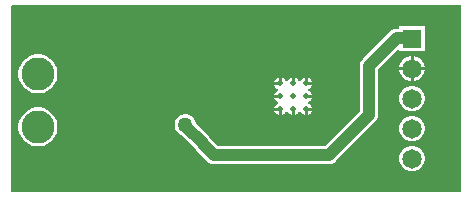
<source format=gbl>
G04*
G04 #@! TF.GenerationSoftware,Altium Limited,Altium Designer,23.8.1 (32)*
G04*
G04 Layer_Physical_Order=2*
G04 Layer_Color=16711680*
%FSLAX44Y44*%
%MOMM*%
G71*
G04*
G04 #@! TF.SameCoordinates,74253FF4-D957-47BC-B6A2-51741DB418AF*
G04*
G04*
G04 #@! TF.FilePolarity,Positive*
G04*
G01*
G75*
%ADD33C,0.2540*%
%ADD35C,2.8000*%
%ADD36C,1.6500*%
%ADD37R,1.6500X1.6500*%
%ADD38C,1.2700*%
%ADD39C,0.5000*%
%ADD40C,1.0160*%
%ADD41C,0.6350*%
G36*
X381000Y0D02*
X381000Y0D01*
X0D01*
X-0Y157480D01*
X1270Y158750D01*
X381000D01*
Y0D01*
D02*
G37*
%LPC*%
G36*
X350120Y140965D02*
X328540D01*
Y138496D01*
X326390D01*
X326390Y138496D01*
X324401Y138234D01*
X322547Y137466D01*
X320955Y136245D01*
X320955Y136245D01*
X297460Y112750D01*
X296239Y111158D01*
X295471Y109304D01*
X295209Y107315D01*
Y68589D01*
X266056Y39436D01*
X174634D01*
X168981Y45089D01*
X168831Y45451D01*
X167609Y47043D01*
X156166Y58486D01*
X155604Y60581D01*
X154434Y62609D01*
X152779Y64264D01*
X150751Y65434D01*
X148490Y66040D01*
X146150D01*
X143889Y65434D01*
X141861Y64264D01*
X140206Y62609D01*
X139036Y60581D01*
X138430Y58320D01*
Y55980D01*
X139036Y53719D01*
X140206Y51691D01*
X141861Y50036D01*
X143889Y48866D01*
X144106Y48808D01*
X155368Y37545D01*
X155518Y37183D01*
X156740Y35591D01*
X166015Y26315D01*
X167607Y25094D01*
X169461Y24326D01*
X171450Y24064D01*
X269240D01*
X271229Y24326D01*
X273083Y25094D01*
X274675Y26315D01*
X308330Y59970D01*
X309551Y61562D01*
X310319Y63416D01*
X310581Y65405D01*
Y104131D01*
X327367Y120917D01*
X328540Y120431D01*
Y119385D01*
X350120D01*
Y140965D01*
D02*
G37*
G36*
X340751Y115565D02*
X340600D01*
Y106045D01*
X350120D01*
Y106195D01*
X349385Y108940D01*
X347964Y111400D01*
X345955Y113409D01*
X343495Y114830D01*
X340751Y115565D01*
D02*
G37*
G36*
X338060D02*
X337910D01*
X335165Y114830D01*
X332705Y113409D01*
X330696Y111400D01*
X329275Y108940D01*
X328540Y106195D01*
Y106045D01*
X338060D01*
Y115565D01*
D02*
G37*
G36*
X350120Y103505D02*
X340600D01*
Y93985D01*
X340751D01*
X343495Y94720D01*
X345955Y96141D01*
X347964Y98150D01*
X349385Y100610D01*
X350120Y103355D01*
Y103505D01*
D02*
G37*
G36*
X338060D02*
X328540D01*
Y103355D01*
X329275Y100610D01*
X330696Y98150D01*
X332705Y96141D01*
X335165Y94720D01*
X337910Y93985D01*
X338060D01*
Y103505D01*
D02*
G37*
G36*
X248410Y97089D02*
X246825Y96433D01*
X245407Y95015D01*
X244867Y93711D01*
X243493D01*
X242953Y95015D01*
X241535Y96433D01*
X239950Y97089D01*
Y92160D01*
X237410D01*
Y97089D01*
X235825Y96433D01*
X234407Y95015D01*
X233867Y93711D01*
X232493D01*
X231953Y95015D01*
X230535Y96433D01*
X228950Y97089D01*
Y92160D01*
X227680D01*
Y90890D01*
X222751D01*
X223407Y89305D01*
X224825Y87887D01*
X226129Y87347D01*
Y85973D01*
X224825Y85433D01*
X223407Y84015D01*
X222751Y82430D01*
X227680D01*
Y79890D01*
X222751D01*
X223407Y78305D01*
X224825Y76887D01*
X226129Y76347D01*
Y74973D01*
X224825Y74433D01*
X223407Y73015D01*
X222751Y71430D01*
X227680D01*
Y70160D01*
X228950D01*
Y65231D01*
X230535Y65887D01*
X231953Y67305D01*
X232493Y68609D01*
X233867D01*
X234407Y67305D01*
X235825Y65887D01*
X237410Y65231D01*
Y70160D01*
X239950D01*
Y65231D01*
X241535Y65887D01*
X242953Y67305D01*
X243493Y68609D01*
X244867D01*
X245407Y67305D01*
X246825Y65887D01*
X248410Y65231D01*
Y70160D01*
X249680D01*
Y71430D01*
X254609D01*
X253953Y73015D01*
X252535Y74433D01*
X251231Y74973D01*
Y76347D01*
X252535Y76887D01*
X253953Y78305D01*
X254609Y79890D01*
X249680D01*
Y82430D01*
X254609D01*
X253953Y84015D01*
X252535Y85433D01*
X251231Y85973D01*
Y87347D01*
X252535Y87887D01*
X253953Y89305D01*
X254609Y90890D01*
X249680D01*
Y92160D01*
X248410D01*
Y97089D01*
D02*
G37*
G36*
X250950D02*
Y93430D01*
X254609D01*
X253953Y95015D01*
X252535Y96433D01*
X250950Y97089D01*
D02*
G37*
G36*
X226410D02*
X224825Y96433D01*
X223407Y95015D01*
X222751Y93430D01*
X226410D01*
Y97089D01*
D02*
G37*
G36*
X24235Y116870D02*
X20977D01*
X17781Y116234D01*
X14771Y114988D01*
X12062Y113177D01*
X9759Y110874D01*
X7948Y108165D01*
X6702Y105155D01*
X6066Y101959D01*
Y98701D01*
X6702Y95505D01*
X7948Y92495D01*
X9759Y89786D01*
X12062Y87483D01*
X14771Y85672D01*
X17781Y84426D01*
X20977Y83790D01*
X24235D01*
X27431Y84426D01*
X30441Y85672D01*
X33150Y87483D01*
X35453Y89786D01*
X37264Y92495D01*
X38510Y95505D01*
X39146Y98701D01*
Y101959D01*
X38510Y105155D01*
X37264Y108165D01*
X35453Y110874D01*
X33150Y113177D01*
X30441Y114988D01*
X27431Y116234D01*
X24235Y116870D01*
D02*
G37*
G36*
X340751Y90165D02*
X337910D01*
X335165Y89430D01*
X332705Y88009D01*
X330696Y86000D01*
X329275Y83540D01*
X328540Y80795D01*
Y77955D01*
X329275Y75210D01*
X330696Y72750D01*
X332705Y70741D01*
X335165Y69320D01*
X337910Y68585D01*
X340751D01*
X343495Y69320D01*
X345955Y70741D01*
X347964Y72750D01*
X349385Y75210D01*
X350120Y77955D01*
Y80795D01*
X349385Y83540D01*
X347964Y86000D01*
X345955Y88009D01*
X343495Y89430D01*
X340751Y90165D01*
D02*
G37*
G36*
X254609Y68890D02*
X250950D01*
Y65231D01*
X252535Y65887D01*
X253953Y67305D01*
X254609Y68890D01*
D02*
G37*
G36*
X226410D02*
X222751D01*
X223407Y67305D01*
X224825Y65887D01*
X226410Y65231D01*
Y68890D01*
D02*
G37*
G36*
X340751Y64765D02*
X337910D01*
X335165Y64030D01*
X332705Y62609D01*
X330696Y60600D01*
X329275Y58140D01*
X328540Y55395D01*
Y52554D01*
X329275Y49810D01*
X330696Y47350D01*
X332705Y45341D01*
X335165Y43920D01*
X337910Y43185D01*
X340751D01*
X343495Y43920D01*
X345955Y45341D01*
X347964Y47350D01*
X349385Y49810D01*
X350120Y52554D01*
Y55395D01*
X349385Y58140D01*
X347964Y60600D01*
X345955Y62609D01*
X343495Y64030D01*
X340751Y64765D01*
D02*
G37*
G36*
X24235Y71870D02*
X20977D01*
X17781Y71234D01*
X14771Y69988D01*
X12062Y68177D01*
X9759Y65874D01*
X7948Y63165D01*
X6702Y60155D01*
X6066Y56959D01*
Y53701D01*
X6702Y50505D01*
X7948Y47495D01*
X9759Y44786D01*
X12062Y42483D01*
X14771Y40672D01*
X17781Y39426D01*
X20977Y38790D01*
X24235D01*
X27431Y39426D01*
X30441Y40672D01*
X33150Y42483D01*
X35453Y44786D01*
X37264Y47495D01*
X38510Y50505D01*
X39146Y53701D01*
Y56959D01*
X38510Y60155D01*
X37264Y63165D01*
X35453Y65874D01*
X33150Y68177D01*
X30441Y69988D01*
X27431Y71234D01*
X24235Y71870D01*
D02*
G37*
G36*
X340751Y39365D02*
X337910D01*
X335165Y38630D01*
X332705Y37209D01*
X330696Y35200D01*
X329275Y32740D01*
X328540Y29996D01*
Y27155D01*
X329275Y24410D01*
X330696Y21950D01*
X332705Y19941D01*
X335165Y18520D01*
X337910Y17785D01*
X340751D01*
X343495Y18520D01*
X345955Y19941D01*
X347964Y21950D01*
X349385Y24410D01*
X350120Y27155D01*
Y29996D01*
X349385Y32740D01*
X347964Y35200D01*
X345955Y37209D01*
X343495Y38630D01*
X340751Y39365D01*
D02*
G37*
%LPD*%
D33*
X338695Y130810D02*
X339330Y130175D01*
D35*
X22606Y100330D02*
D03*
Y55330D02*
D03*
D36*
X339330Y28575D02*
D03*
Y53975D02*
D03*
Y104775D02*
D03*
Y79375D02*
D03*
D37*
Y130175D02*
D03*
D38*
X147320Y57150D02*
D03*
D39*
X249680Y70160D02*
D03*
X238680D02*
D03*
X227680D02*
D03*
X249680Y81160D02*
D03*
X238680D02*
D03*
X227680D02*
D03*
X249680Y92160D02*
D03*
X238680D02*
D03*
X227680D02*
D03*
D40*
X162174Y41026D02*
X171450Y31750D01*
X147320Y56463D02*
Y57150D01*
Y56463D02*
X162174Y41608D01*
Y41026D02*
Y41608D01*
X171450Y31750D02*
X269240D01*
X326390Y130810D02*
X338695D01*
X302895Y107315D02*
X326390Y130810D01*
X302895Y65405D02*
Y107315D01*
X269240Y31750D02*
X302895Y65405D01*
D41*
X338695Y129540D02*
X339330Y130175D01*
M02*

</source>
